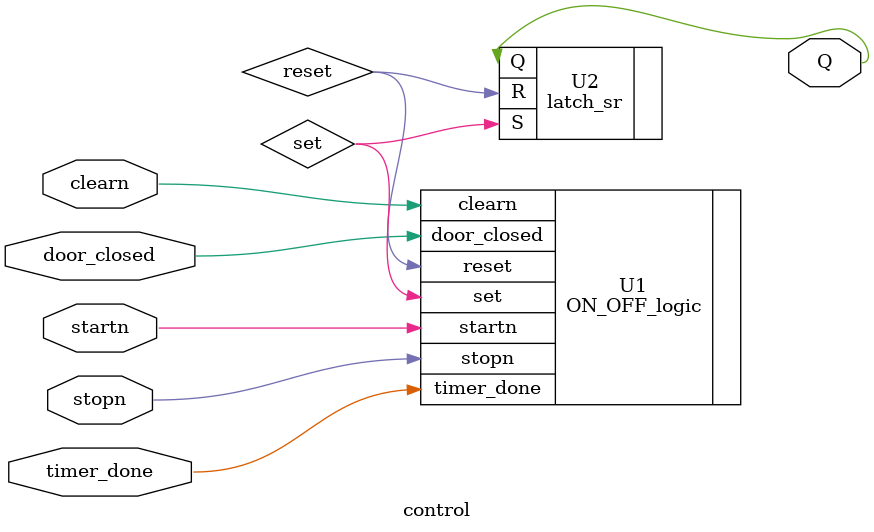
<source format=v>
module control (
    input wire startn, stopn, clearn, door_closed, timer_done,
    output wire Q);

    // fios auxiliares que ligam o ON_OFF_logic com o latch_sr
    wire set, reset;

    // conecta o ON_OF_logic
    ON_OFF_logic U1 (.startn(startn), // entradas
                    .stopn(stopn),
                    .clearn(clearn),
                    .door_closed(door_closed),
                    .timer_done(timer_done),
                    .set(set), // saidas
                    .reset(reset));
    
    // conecta o latch_sr
    latch_sr U2 (.S(set), // entrada
                 .R(reset),
                 .Q(Q)); // saidas

endmodule

</source>
